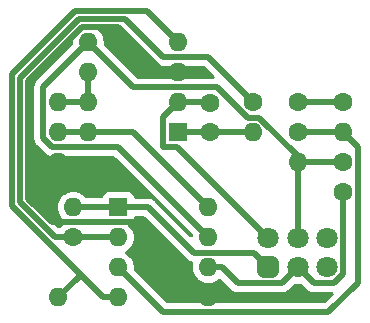
<source format=gbr>
%TF.GenerationSoftware,KiCad,Pcbnew,(6.0.11)*%
%TF.CreationDate,2023-12-07T18:07:49-07:00*%
%TF.ProjectId,Filter DualOp,46696c74-6572-4204-9475-616c4f702e6b,rev?*%
%TF.SameCoordinates,Original*%
%TF.FileFunction,Copper,L1,Top*%
%TF.FilePolarity,Positive*%
%FSLAX46Y46*%
G04 Gerber Fmt 4.6, Leading zero omitted, Abs format (unit mm)*
G04 Created by KiCad (PCBNEW (6.0.11)) date 2023-12-07 18:07:49*
%MOMM*%
%LPD*%
G01*
G04 APERTURE LIST*
G04 Aperture macros list*
%AMRoundRect*
0 Rectangle with rounded corners*
0 $1 Rounding radius*
0 $2 $3 $4 $5 $6 $7 $8 $9 X,Y pos of 4 corners*
0 Add a 4 corners polygon primitive as box body*
4,1,4,$2,$3,$4,$5,$6,$7,$8,$9,$2,$3,0*
0 Add four circle primitives for the rounded corners*
1,1,$1+$1,$2,$3*
1,1,$1+$1,$4,$5*
1,1,$1+$1,$6,$7*
1,1,$1+$1,$8,$9*
0 Add four rect primitives between the rounded corners*
20,1,$1+$1,$2,$3,$4,$5,0*
20,1,$1+$1,$4,$5,$6,$7,0*
20,1,$1+$1,$6,$7,$8,$9,0*
20,1,$1+$1,$8,$9,$2,$3,0*%
G04 Aperture macros list end*
%TA.AperFunction,ComponentPad*%
%ADD10O,1.600000X1.600000*%
%TD*%
%TA.AperFunction,ComponentPad*%
%ADD11C,1.600000*%
%TD*%
%TA.AperFunction,ComponentPad*%
%ADD12RoundRect,0.450000X-0.450000X0.450000X-0.450000X-0.450000X0.450000X-0.450000X0.450000X0.450000X0*%
%TD*%
%TA.AperFunction,ComponentPad*%
%ADD13C,1.800000*%
%TD*%
%TA.AperFunction,ComponentPad*%
%ADD14R,1.600000X1.600000*%
%TD*%
%TA.AperFunction,Conductor*%
%ADD15C,0.500000*%
%TD*%
G04 APERTURE END LIST*
D10*
%TO.P,,8,V+*%
%TO.N,+5V*%
X131460244Y-81930244D03*
%TD*%
D11*
%TO.P,R4,1*%
%TO.N,Net-(R3-Pad1)*%
X147970244Y-79390244D03*
D10*
%TO.P,R4,2*%
%TO.N,Net-(C2-Pad1)*%
X147970244Y-81930244D03*
%TD*%
D12*
%TO.P,RV1,1,1*%
%TO.N,Net-(R3-Pad2)*%
X149240244Y-93360244D03*
D13*
%TO.P,RV1,2,2*%
%TO.N,Net-(C1-Pad1)*%
X151740244Y-93360244D03*
%TO.P,RV1,3,3*%
%TO.N,unconnected-(RV1-Pad3)*%
X154240244Y-93360244D03*
%TO.P,RV1,4,4*%
%TO.N,Net-(C2-Pad2)*%
X149240244Y-90860244D03*
%TO.P,RV1,5,5*%
%TO.N,Net-(C1-Pad2)*%
X151740244Y-90860244D03*
%TO.P,RV1,6,6*%
%TO.N,unconnected-(RV1-Pad6)*%
X154240244Y-90860244D03*
%TD*%
D11*
%TO.P,,1*%
%TO.N,/V_in*%
X151780244Y-79390244D03*
%TD*%
%TO.P,C1,1*%
%TO.N,Net-(C1-Pad1)*%
X155590244Y-86970244D03*
%TO.P,C1,2*%
%TO.N,Net-(C1-Pad2)*%
X155590244Y-84470244D03*
%TD*%
D14*
%TO.P,U2,1*%
%TO.N,Net-(C2-Pad1)*%
X141610244Y-81920244D03*
D10*
%TO.P,U2,2,-*%
%TO.N,Net-(C2-Pad2)*%
X141610244Y-79380244D03*
%TO.P,U2,3,+*%
%TO.N,GND*%
X141610244Y-76840244D03*
%TO.P,U2,4,V-*%
%TO.N,-5V*%
X141610244Y-74300244D03*
%TO.P,U2,5,+*%
%TO.N,Net-(C1-Pad2)*%
X133990244Y-74300244D03*
%TO.P,U2,6,-*%
%TO.N,/V_out*%
X133990244Y-76840244D03*
%TO.P,U2,7*%
X133990244Y-79380244D03*
%TO.P,U2,8,V+*%
%TO.N,+5V*%
X133990244Y-81920244D03*
%TD*%
D11*
%TO.P,R2,1*%
%TO.N,Net-(R1-Pad2)*%
X151780244Y-81930244D03*
D10*
%TO.P,R2,2*%
%TO.N,Net-(C1-Pad2)*%
X151780244Y-84470244D03*
%TD*%
%TO.P,,7*%
%TO.N,/V_out*%
X131460244Y-79390244D03*
%TD*%
D11*
%TO.P,R1,1*%
%TO.N,/V_in*%
X155590244Y-79350244D03*
D10*
%TO.P,R1,2*%
%TO.N,Net-(R1-Pad2)*%
X155590244Y-81890244D03*
%TD*%
D11*
%TO.P,C2,1*%
%TO.N,Net-(C2-Pad1)*%
X144272000Y-81930244D03*
%TO.P,C2,2*%
%TO.N,Net-(C2-Pad2)*%
X144272000Y-79430244D03*
%TD*%
%TO.P,R3,1*%
%TO.N,Net-(R3-Pad1)*%
X132730244Y-90820244D03*
D10*
%TO.P,R3,2*%
%TO.N,Net-(R3-Pad2)*%
X132730244Y-88280244D03*
%TD*%
%TO.P,,4,V-*%
%TO.N,-5V*%
X131460244Y-95910244D03*
%TD*%
D14*
%TO.P,U1,1*%
%TO.N,Net-(R3-Pad2)*%
X136550244Y-88290244D03*
D10*
%TO.P,U1,2,-*%
%TO.N,Net-(R3-Pad1)*%
X136550244Y-90830244D03*
%TO.P,U1,3,+*%
%TO.N,Net-(R1-Pad2)*%
X136550244Y-93370244D03*
%TO.P,U1,4,V-*%
%TO.N,-5V*%
X136550244Y-95910244D03*
%TO.P,U1,5,+*%
%TO.N,GND*%
X144170244Y-95910244D03*
%TO.P,U1,6,-*%
%TO.N,Net-(C1-Pad1)*%
X144170244Y-93370244D03*
%TO.P,U1,7*%
%TO.N,Net-(C1-Pad2)*%
X144170244Y-90830244D03*
%TO.P,U1,8,V+*%
%TO.N,+5V*%
X144170244Y-88290244D03*
%TD*%
%TO.P,,5,+*%
%TO.N,GND*%
X131460244Y-84470244D03*
%TD*%
D15*
%TO.N,GND*%
X133483168Y-73040244D02*
X136540244Y-73040244D01*
X128920244Y-87571704D02*
X128920244Y-77603168D01*
X137799755Y-89539755D02*
X130888295Y-89539755D01*
X144170244Y-95910244D02*
X137799755Y-89539755D01*
X130888295Y-89539755D02*
X128920244Y-87571704D01*
X136540244Y-73040244D02*
X140340244Y-76840244D01*
X140340244Y-76840244D02*
X141610244Y-76840244D01*
X128920244Y-77603168D02*
X133483168Y-73040244D01*
%TO.N,Net-(C1-Pad1)*%
X145301614Y-93370244D02*
X146641134Y-94709764D01*
X146641134Y-94709764D02*
X150390724Y-94709764D01*
X144170244Y-93370244D02*
X145301614Y-93370244D01*
X154799231Y-94709755D02*
X153089755Y-94709755D01*
X155590244Y-93918742D02*
X154799231Y-94709755D01*
X150390724Y-94709764D02*
X151740244Y-93360244D01*
X155590244Y-86970244D02*
X155590244Y-93918742D01*
X153089755Y-94709755D02*
X151740244Y-93360244D01*
%TO.N,Net-(C1-Pad2)*%
X148487809Y-80680733D02*
X151780244Y-83973168D01*
X144932733Y-78130733D02*
X147482733Y-80680733D01*
X130190244Y-78100244D02*
X130190244Y-82427320D01*
X133990244Y-74300244D02*
X130190244Y-78100244D01*
X155590244Y-84470244D02*
X151780244Y-84470244D01*
X137820733Y-78130733D02*
X144932733Y-78130733D01*
X130190244Y-82427320D02*
X130963168Y-83200244D01*
X133990244Y-74300244D02*
X137820733Y-78130733D01*
X136540244Y-83200244D02*
X144170244Y-90830244D01*
X147482733Y-80680733D02*
X148487809Y-80680733D01*
X151780244Y-84470244D02*
X151780244Y-90820244D01*
X130963168Y-83200244D02*
X136540244Y-83200244D01*
%TO.N,Net-(C2-Pad1)*%
X141610244Y-81920244D02*
X144150244Y-81920244D01*
X147970244Y-81930244D02*
X144160244Y-81930244D01*
%TO.N,Net-(C2-Pad2)*%
X149240244Y-90860244D02*
X141549755Y-83169755D01*
X141549755Y-83169755D02*
X140360733Y-83169755D01*
X140350244Y-80640244D02*
X141610244Y-79380244D01*
X140360733Y-83169755D02*
X140350244Y-83159266D01*
X140350244Y-83159266D02*
X140350244Y-80640244D01*
X141610244Y-79380244D02*
X144110244Y-79380244D01*
%TO.N,/V_in*%
X155590244Y-79350244D02*
X151820244Y-79350244D01*
%TO.N,Net-(R1-Pad2)*%
X155590244Y-81890244D02*
X156839755Y-83139755D01*
X156839755Y-83139755D02*
X156839755Y-94650733D01*
X140350244Y-97170244D02*
X136550244Y-93370244D01*
X155590244Y-81890244D02*
X151820244Y-81890244D01*
X156839755Y-94650733D02*
X154320244Y-97170244D01*
X154320244Y-97170244D02*
X140350244Y-97170244D01*
%TO.N,Net-(R3-Pad1)*%
X144129755Y-75549755D02*
X140319755Y-75549755D01*
X133193418Y-72340724D02*
X128220724Y-77313418D01*
X140319755Y-75549755D02*
X137110724Y-72340724D01*
X128220724Y-87861454D02*
X131179514Y-90820244D01*
X128220724Y-77313418D02*
X128220724Y-87861454D01*
X137110724Y-72340724D02*
X133193418Y-72340724D01*
X131179514Y-90820244D02*
X132730244Y-90820244D01*
X147970244Y-79390244D02*
X144129755Y-75549755D01*
X132730244Y-90820244D02*
X136540244Y-90820244D01*
%TO.N,Net-(R3-Pad2)*%
X142920733Y-92120733D02*
X148000733Y-92120733D01*
X148000733Y-92120733D02*
X149240244Y-93360244D01*
X132730244Y-88280244D02*
X136540244Y-88280244D01*
X139090244Y-88290244D02*
X142920733Y-92120733D01*
X136550244Y-88290244D02*
X139090244Y-88290244D01*
%TO.N,-5V*%
X138951204Y-71641204D02*
X132903667Y-71641205D01*
X127521204Y-77023668D02*
X127521204Y-88151204D01*
X141610244Y-74300244D02*
X138951204Y-71641204D01*
X135280244Y-95910244D02*
X136550244Y-95910244D01*
X133350000Y-94020488D02*
X133350000Y-93980000D01*
X132903667Y-71641205D02*
X127521204Y-77023668D01*
X133350000Y-93980000D02*
X135280244Y-95910244D01*
X131460244Y-95910244D02*
X133350000Y-94020488D01*
X127521204Y-88151204D02*
X133350000Y-93980000D01*
%TO.N,+5V*%
X133990244Y-81920244D02*
X137800244Y-81920244D01*
X133990244Y-81920244D02*
X131470244Y-81920244D01*
X137800244Y-81920244D02*
X144170244Y-88290244D01*
%TO.N,/V_out*%
X131460244Y-79390244D02*
X133980244Y-79390244D01*
X133990244Y-79380244D02*
X133990244Y-76840244D01*
%TD*%
%TA.AperFunction,Conductor*%
%TO.N,GND*%
G36*
X138791994Y-89068746D02*
G01*
X138812968Y-89085649D01*
X142336963Y-92609644D01*
X142349349Y-92624056D01*
X142357882Y-92635651D01*
X142357887Y-92635656D01*
X142362225Y-92641551D01*
X142367803Y-92646290D01*
X142367806Y-92646293D01*
X142402501Y-92675768D01*
X142410017Y-92682698D01*
X142415712Y-92688393D01*
X142418594Y-92690673D01*
X142437984Y-92706014D01*
X142441388Y-92708805D01*
X142452779Y-92718482D01*
X142497018Y-92756066D01*
X142503534Y-92759394D01*
X142508571Y-92762753D01*
X142513710Y-92765927D01*
X142519449Y-92770467D01*
X142526082Y-92773567D01*
X142585570Y-92801369D01*
X142589524Y-92803302D01*
X142654541Y-92836502D01*
X142661657Y-92838243D01*
X142667287Y-92840337D01*
X142673054Y-92842256D01*
X142679683Y-92845354D01*
X142686843Y-92846843D01*
X142686845Y-92846844D01*
X142751129Y-92860215D01*
X142755418Y-92861186D01*
X142814802Y-92875717D01*
X142876217Y-92911337D01*
X142908624Y-92974505D01*
X142906561Y-93030717D01*
X142894263Y-93076615D01*
X142876701Y-93142157D01*
X142856746Y-93370244D01*
X142876701Y-93598331D01*
X142935960Y-93819487D01*
X142938283Y-93824468D01*
X142938283Y-93824469D01*
X143030395Y-94022006D01*
X143030398Y-94022011D01*
X143032721Y-94026993D01*
X143164046Y-94214544D01*
X143325944Y-94376442D01*
X143330451Y-94379598D01*
X143330455Y-94379601D01*
X143408633Y-94434342D01*
X143513495Y-94507767D01*
X143518477Y-94510090D01*
X143518482Y-94510093D01*
X143716019Y-94602205D01*
X143721001Y-94604528D01*
X143726309Y-94605950D01*
X143726311Y-94605951D01*
X143936842Y-94662363D01*
X143936844Y-94662363D01*
X143942157Y-94663787D01*
X144170244Y-94683742D01*
X144398331Y-94663787D01*
X144403644Y-94662363D01*
X144403646Y-94662363D01*
X144614177Y-94605951D01*
X144614179Y-94605950D01*
X144619487Y-94604528D01*
X144624469Y-94602205D01*
X144822006Y-94510093D01*
X144822011Y-94510090D01*
X144826993Y-94507767D01*
X144964571Y-94411434D01*
X145010037Y-94379598D01*
X145010038Y-94379597D01*
X145014544Y-94376442D01*
X145018434Y-94372552D01*
X145018440Y-94372547D01*
X145035743Y-94355244D01*
X145098055Y-94321218D01*
X145168870Y-94326283D01*
X145213933Y-94355244D01*
X146057364Y-95198675D01*
X146069750Y-95213087D01*
X146078283Y-95224682D01*
X146078288Y-95224687D01*
X146082626Y-95230582D01*
X146088204Y-95235321D01*
X146088207Y-95235324D01*
X146122902Y-95264799D01*
X146130418Y-95271729D01*
X146136113Y-95277424D01*
X146138995Y-95279704D01*
X146158385Y-95295045D01*
X146161789Y-95297836D01*
X146211831Y-95340350D01*
X146217419Y-95345097D01*
X146223935Y-95348425D01*
X146228984Y-95351792D01*
X146234113Y-95354959D01*
X146239850Y-95359498D01*
X146306009Y-95390419D01*
X146309891Y-95392316D01*
X146374942Y-95425533D01*
X146382050Y-95427272D01*
X146387693Y-95429371D01*
X146393456Y-95431288D01*
X146400084Y-95434386D01*
X146407246Y-95435876D01*
X146407247Y-95435876D01*
X146471546Y-95449250D01*
X146475830Y-95450220D01*
X146546744Y-95467572D01*
X146552346Y-95467920D01*
X146552349Y-95467920D01*
X146557898Y-95468264D01*
X146557896Y-95468300D01*
X146561889Y-95468539D01*
X146566081Y-95468913D01*
X146573249Y-95470404D01*
X146650654Y-95468310D01*
X146654062Y-95468264D01*
X150323654Y-95468264D01*
X150342604Y-95469697D01*
X150356839Y-95471863D01*
X150356843Y-95471863D01*
X150364073Y-95472963D01*
X150371365Y-95472370D01*
X150371368Y-95472370D01*
X150416742Y-95468679D01*
X150426957Y-95468264D01*
X150435017Y-95468264D01*
X150448307Y-95466715D01*
X150463231Y-95464975D01*
X150467606Y-95464542D01*
X150533063Y-95459218D01*
X150533066Y-95459217D01*
X150540361Y-95458624D01*
X150547325Y-95456368D01*
X150553284Y-95455177D01*
X150559139Y-95453793D01*
X150566405Y-95452946D01*
X150635051Y-95428029D01*
X150639179Y-95426612D01*
X150701660Y-95406371D01*
X150701662Y-95406370D01*
X150708623Y-95404115D01*
X150714878Y-95400319D01*
X150720352Y-95397813D01*
X150725782Y-95395094D01*
X150732661Y-95392597D01*
X150738782Y-95388584D01*
X150793700Y-95352578D01*
X150797404Y-95350241D01*
X150859831Y-95312359D01*
X150868208Y-95304961D01*
X150868232Y-95304988D01*
X150871224Y-95302335D01*
X150874457Y-95299632D01*
X150880576Y-95295620D01*
X150933852Y-95239381D01*
X150936230Y-95236939D01*
X151389284Y-94783885D01*
X151451596Y-94749859D01*
X151503500Y-94749510D01*
X151567829Y-94762598D01*
X151567837Y-94762599D01*
X151572900Y-94763629D01*
X151703568Y-94768420D01*
X151799193Y-94771927D01*
X151799197Y-94771927D01*
X151804357Y-94772116D01*
X151986838Y-94748739D01*
X152056947Y-94759923D01*
X152091942Y-94784623D01*
X152505985Y-95198666D01*
X152518371Y-95213078D01*
X152526904Y-95224673D01*
X152526909Y-95224678D01*
X152531247Y-95230573D01*
X152536825Y-95235312D01*
X152536828Y-95235315D01*
X152571523Y-95264790D01*
X152579039Y-95271720D01*
X152584735Y-95277416D01*
X152587596Y-95279679D01*
X152587601Y-95279684D01*
X152607021Y-95295048D01*
X152610421Y-95297836D01*
X152666040Y-95345088D01*
X152672553Y-95348414D01*
X152677592Y-95351775D01*
X152682734Y-95354951D01*
X152688471Y-95359489D01*
X152754630Y-95390410D01*
X152758524Y-95392313D01*
X152823563Y-95425524D01*
X152830672Y-95427263D01*
X152836306Y-95429359D01*
X152842076Y-95431278D01*
X152848705Y-95434377D01*
X152855868Y-95435867D01*
X152855871Y-95435868D01*
X152906585Y-95446416D01*
X152920190Y-95449246D01*
X152924456Y-95450212D01*
X152995365Y-95467563D01*
X153000967Y-95467911D01*
X153000970Y-95467911D01*
X153006519Y-95468255D01*
X153006517Y-95468290D01*
X153010489Y-95468530D01*
X153014710Y-95468907D01*
X153021870Y-95470396D01*
X153099297Y-95468301D01*
X153102705Y-95468255D01*
X154645362Y-95468255D01*
X154713483Y-95488257D01*
X154759976Y-95541913D01*
X154770080Y-95612187D01*
X154740586Y-95676767D01*
X154734457Y-95683350D01*
X154042968Y-96374839D01*
X153980656Y-96408865D01*
X153953873Y-96411744D01*
X140716615Y-96411744D01*
X140648494Y-96391742D01*
X140627520Y-96374839D01*
X137885915Y-93633234D01*
X137851889Y-93570922D01*
X137849489Y-93533157D01*
X137863263Y-93375719D01*
X137863742Y-93370244D01*
X137843787Y-93142157D01*
X137826225Y-93076615D01*
X137785951Y-92926311D01*
X137785950Y-92926309D01*
X137784528Y-92921001D01*
X137776771Y-92904365D01*
X137690093Y-92718482D01*
X137690090Y-92718477D01*
X137687767Y-92713495D01*
X137581224Y-92561336D01*
X137559601Y-92530455D01*
X137559599Y-92530452D01*
X137556442Y-92525944D01*
X137394544Y-92364046D01*
X137390036Y-92360889D01*
X137390033Y-92360887D01*
X137267189Y-92274871D01*
X137206993Y-92232721D01*
X137202011Y-92230398D01*
X137202006Y-92230395D01*
X137167787Y-92214439D01*
X137114502Y-92167522D01*
X137095041Y-92099245D01*
X137115583Y-92031285D01*
X137167787Y-91986049D01*
X137202006Y-91970093D01*
X137202011Y-91970090D01*
X137206993Y-91967767D01*
X137341863Y-91873330D01*
X137390033Y-91839601D01*
X137390036Y-91839599D01*
X137394544Y-91836442D01*
X137556442Y-91674544D01*
X137560716Y-91668441D01*
X137684610Y-91491501D01*
X137687767Y-91486993D01*
X137690090Y-91482011D01*
X137690093Y-91482006D01*
X137782205Y-91284469D01*
X137782205Y-91284468D01*
X137784528Y-91279487D01*
X137803541Y-91208532D01*
X137842363Y-91063646D01*
X137842364Y-91063643D01*
X137843787Y-91058331D01*
X137863742Y-90830244D01*
X137843787Y-90602157D01*
X137784528Y-90381001D01*
X137782205Y-90376019D01*
X137690093Y-90178482D01*
X137690090Y-90178477D01*
X137687767Y-90173495D01*
X137564820Y-89997909D01*
X137559601Y-89990455D01*
X137559599Y-89990452D01*
X137556442Y-89985944D01*
X137394544Y-89824046D01*
X137390033Y-89820887D01*
X137385820Y-89817352D01*
X137386771Y-89816218D01*
X137346773Y-89766173D01*
X137339468Y-89695554D01*
X137371502Y-89632195D01*
X137432706Y-89596214D01*
X137449761Y-89593162D01*
X137460560Y-89591989D01*
X137596949Y-89540859D01*
X137713505Y-89453505D01*
X137800859Y-89336949D01*
X137851989Y-89200560D01*
X137856272Y-89161136D01*
X137883514Y-89095574D01*
X137941878Y-89055148D01*
X137981535Y-89048744D01*
X138723873Y-89048744D01*
X138791994Y-89068746D01*
G37*
%TD.AperFunction*%
%TA.AperFunction,Conductor*%
G36*
X132600576Y-74110413D02*
G01*
X132657412Y-74152960D01*
X132682223Y-74219480D01*
X132682064Y-74239451D01*
X132677225Y-74294758D01*
X132677225Y-74294769D01*
X132676746Y-74300244D01*
X132677225Y-74305719D01*
X132690999Y-74463157D01*
X132677010Y-74532762D01*
X132654573Y-74563234D01*
X129701333Y-77516474D01*
X129686921Y-77528860D01*
X129675326Y-77537393D01*
X129675321Y-77537398D01*
X129669426Y-77541736D01*
X129664687Y-77547314D01*
X129664684Y-77547317D01*
X129635209Y-77582012D01*
X129628279Y-77589528D01*
X129622584Y-77595223D01*
X129620304Y-77598105D01*
X129604963Y-77617495D01*
X129602172Y-77620899D01*
X129559653Y-77670947D01*
X129554911Y-77676529D01*
X129551583Y-77683045D01*
X129548216Y-77688094D01*
X129545049Y-77693223D01*
X129540510Y-77698960D01*
X129509589Y-77765119D01*
X129507686Y-77769013D01*
X129474475Y-77834052D01*
X129472736Y-77841160D01*
X129470637Y-77846803D01*
X129468720Y-77852566D01*
X129465622Y-77859194D01*
X129464132Y-77866356D01*
X129464132Y-77866357D01*
X129450758Y-77930656D01*
X129449788Y-77934940D01*
X129432436Y-78005854D01*
X129431744Y-78017008D01*
X129431708Y-78017006D01*
X129431469Y-78020999D01*
X129431095Y-78025191D01*
X129429604Y-78032359D01*
X129429802Y-78039676D01*
X129431698Y-78109765D01*
X129431744Y-78113172D01*
X129431744Y-82360250D01*
X129430311Y-82379200D01*
X129427045Y-82400669D01*
X129427638Y-82407961D01*
X129427638Y-82407964D01*
X129431329Y-82453338D01*
X129431744Y-82463553D01*
X129431744Y-82471613D01*
X129432169Y-82475257D01*
X129435033Y-82499827D01*
X129435466Y-82504202D01*
X129441384Y-82576957D01*
X129443640Y-82583921D01*
X129444831Y-82589880D01*
X129446215Y-82595735D01*
X129447062Y-82603001D01*
X129471979Y-82671647D01*
X129473396Y-82675775D01*
X129492435Y-82734544D01*
X129495893Y-82745219D01*
X129499689Y-82751474D01*
X129502195Y-82756948D01*
X129504914Y-82762378D01*
X129507411Y-82769257D01*
X129511424Y-82775377D01*
X129511424Y-82775378D01*
X129547430Y-82830296D01*
X129549767Y-82834000D01*
X129587649Y-82896427D01*
X129591365Y-82900635D01*
X129591366Y-82900636D01*
X129595047Y-82904804D01*
X129595020Y-82904828D01*
X129597673Y-82907820D01*
X129600376Y-82911053D01*
X129604388Y-82917172D01*
X129656933Y-82966949D01*
X129660627Y-82970448D01*
X129663069Y-82972826D01*
X130379398Y-83689155D01*
X130391784Y-83703567D01*
X130400317Y-83715162D01*
X130400322Y-83715167D01*
X130404660Y-83721062D01*
X130410238Y-83725801D01*
X130410241Y-83725804D01*
X130444936Y-83755279D01*
X130452452Y-83762209D01*
X130458148Y-83767905D01*
X130461009Y-83770168D01*
X130461014Y-83770173D01*
X130480424Y-83785529D01*
X130483826Y-83788318D01*
X130539453Y-83835577D01*
X130545970Y-83838905D01*
X130551018Y-83842271D01*
X130556140Y-83845434D01*
X130561884Y-83849979D01*
X130628063Y-83880908D01*
X130631947Y-83882807D01*
X130696976Y-83916013D01*
X130704091Y-83917754D01*
X130709746Y-83919857D01*
X130715485Y-83921766D01*
X130722118Y-83924866D01*
X130793603Y-83939735D01*
X130797869Y-83940701D01*
X130868778Y-83958052D01*
X130874380Y-83958400D01*
X130874383Y-83958400D01*
X130879932Y-83958744D01*
X130879930Y-83958779D01*
X130883902Y-83959019D01*
X130888123Y-83959396D01*
X130895283Y-83960885D01*
X130972710Y-83958790D01*
X130976118Y-83958744D01*
X136173873Y-83958744D01*
X136241994Y-83978746D01*
X136262968Y-83995649D01*
X142834573Y-90567254D01*
X142868599Y-90629566D01*
X142870998Y-90667331D01*
X142867920Y-90702511D01*
X142842057Y-90768629D01*
X142784553Y-90810269D01*
X142713666Y-90814209D01*
X142653305Y-90780624D01*
X139674014Y-87801333D01*
X139661628Y-87786921D01*
X139653095Y-87775326D01*
X139653090Y-87775321D01*
X139648752Y-87769426D01*
X139643174Y-87764687D01*
X139643171Y-87764684D01*
X139608476Y-87735209D01*
X139600960Y-87728279D01*
X139595265Y-87722584D01*
X139589124Y-87717726D01*
X139572993Y-87704963D01*
X139569589Y-87702172D01*
X139519541Y-87659653D01*
X139519539Y-87659652D01*
X139513959Y-87654911D01*
X139507443Y-87651583D01*
X139502394Y-87648216D01*
X139497265Y-87645049D01*
X139491528Y-87640510D01*
X139425369Y-87609589D01*
X139421469Y-87607683D01*
X139356436Y-87574475D01*
X139349328Y-87572736D01*
X139343685Y-87570637D01*
X139337922Y-87568720D01*
X139331294Y-87565622D01*
X139259827Y-87550757D01*
X139255543Y-87549787D01*
X139245269Y-87547273D01*
X139184634Y-87532436D01*
X139179032Y-87532088D01*
X139179029Y-87532088D01*
X139173480Y-87531744D01*
X139173482Y-87531708D01*
X139169489Y-87531469D01*
X139165297Y-87531095D01*
X139158129Y-87529604D01*
X139091919Y-87531395D01*
X139080723Y-87531698D01*
X139077316Y-87531744D01*
X137981535Y-87531744D01*
X137913414Y-87511742D01*
X137866921Y-87458086D01*
X137856272Y-87419352D01*
X137854947Y-87407158D01*
X137851989Y-87379928D01*
X137800859Y-87243539D01*
X137713505Y-87126983D01*
X137596949Y-87039629D01*
X137460560Y-86988499D01*
X137398378Y-86981744D01*
X135702110Y-86981744D01*
X135639928Y-86988499D01*
X135503539Y-87039629D01*
X135386983Y-87126983D01*
X135299629Y-87243539D01*
X135248499Y-87379928D01*
X135247646Y-87387781D01*
X135247645Y-87387785D01*
X135245303Y-87409350D01*
X135218062Y-87474912D01*
X135159700Y-87515340D01*
X135120040Y-87521744D01*
X133862111Y-87521744D01*
X133793990Y-87501742D01*
X133758899Y-87468016D01*
X133736442Y-87435944D01*
X133574544Y-87274046D01*
X133570036Y-87270889D01*
X133570033Y-87270887D01*
X133458586Y-87192851D01*
X133386993Y-87142721D01*
X133382011Y-87140398D01*
X133382006Y-87140395D01*
X133184469Y-87048283D01*
X133184468Y-87048283D01*
X133179487Y-87045960D01*
X133174179Y-87044538D01*
X133174177Y-87044537D01*
X132963646Y-86988125D01*
X132963644Y-86988125D01*
X132958331Y-86986701D01*
X132730244Y-86966746D01*
X132502157Y-86986701D01*
X132496844Y-86988125D01*
X132496842Y-86988125D01*
X132286311Y-87044537D01*
X132286309Y-87044538D01*
X132281001Y-87045960D01*
X132276020Y-87048283D01*
X132276019Y-87048283D01*
X132078482Y-87140395D01*
X132078477Y-87140398D01*
X132073495Y-87142721D01*
X132001902Y-87192851D01*
X131890455Y-87270887D01*
X131890452Y-87270889D01*
X131885944Y-87274046D01*
X131724046Y-87435944D01*
X131720889Y-87440452D01*
X131720887Y-87440455D01*
X131668452Y-87515340D01*
X131592721Y-87623495D01*
X131590398Y-87628477D01*
X131590395Y-87628482D01*
X131512939Y-87794589D01*
X131495960Y-87831001D01*
X131436701Y-88052157D01*
X131416746Y-88280244D01*
X131436701Y-88508331D01*
X131438125Y-88513644D01*
X131438125Y-88513646D01*
X131486849Y-88695483D01*
X131495960Y-88729487D01*
X131498283Y-88734468D01*
X131498283Y-88734469D01*
X131590395Y-88932006D01*
X131590398Y-88932011D01*
X131592721Y-88936993D01*
X131724046Y-89124544D01*
X131885944Y-89286442D01*
X131890452Y-89289599D01*
X131890455Y-89289601D01*
X131900225Y-89296442D01*
X132073495Y-89417767D01*
X132078477Y-89420090D01*
X132078482Y-89420093D01*
X132112701Y-89436049D01*
X132165986Y-89482966D01*
X132185447Y-89551243D01*
X132164905Y-89619203D01*
X132112701Y-89664439D01*
X132078482Y-89680395D01*
X132078477Y-89680398D01*
X132073495Y-89682721D01*
X132059214Y-89692721D01*
X131890455Y-89810887D01*
X131890452Y-89810889D01*
X131885944Y-89814046D01*
X131724046Y-89975944D01*
X131701589Y-90008015D01*
X131646134Y-90052343D01*
X131598377Y-90061744D01*
X131545885Y-90061744D01*
X131477764Y-90041742D01*
X131456790Y-90024839D01*
X129016129Y-87584178D01*
X128982103Y-87521866D01*
X128979224Y-87495083D01*
X128979224Y-77679789D01*
X128999226Y-77611668D01*
X129016129Y-77590694D01*
X132467449Y-74139374D01*
X132529761Y-74105348D01*
X132600576Y-74110413D01*
G37*
%TD.AperFunction*%
%TA.AperFunction,Conductor*%
G36*
X136812474Y-73119226D02*
G01*
X136833448Y-73136129D01*
X139735985Y-76038666D01*
X139748371Y-76053078D01*
X139756904Y-76064673D01*
X139756909Y-76064678D01*
X139761247Y-76070573D01*
X139766825Y-76075312D01*
X139766828Y-76075315D01*
X139801523Y-76104790D01*
X139809039Y-76111720D01*
X139814734Y-76117415D01*
X139817616Y-76119695D01*
X139837006Y-76135036D01*
X139840410Y-76137827D01*
X139890458Y-76180346D01*
X139896040Y-76185088D01*
X139902556Y-76188416D01*
X139907605Y-76191783D01*
X139912734Y-76194950D01*
X139918471Y-76199489D01*
X139984630Y-76230410D01*
X139988524Y-76232313D01*
X140053563Y-76265524D01*
X140060671Y-76267263D01*
X140066314Y-76269362D01*
X140072077Y-76271279D01*
X140078705Y-76274377D01*
X140085867Y-76275867D01*
X140085868Y-76275867D01*
X140150167Y-76289241D01*
X140154451Y-76290211D01*
X140225365Y-76307563D01*
X140230967Y-76307911D01*
X140230970Y-76307911D01*
X140236519Y-76308255D01*
X140236517Y-76308291D01*
X140240510Y-76308530D01*
X140244702Y-76308904D01*
X140251870Y-76310395D01*
X140329275Y-76308301D01*
X140332683Y-76308255D01*
X143763384Y-76308255D01*
X143831505Y-76328257D01*
X143852479Y-76345160D01*
X144664457Y-77157138D01*
X144698483Y-77219450D01*
X144693418Y-77290265D01*
X144650871Y-77347101D01*
X144584351Y-77371912D01*
X144575362Y-77372233D01*
X138187104Y-77372233D01*
X138118983Y-77352231D01*
X138098009Y-77335328D01*
X135325915Y-74563234D01*
X135291889Y-74500922D01*
X135289489Y-74463157D01*
X135303263Y-74305719D01*
X135303742Y-74300244D01*
X135283787Y-74072157D01*
X135224528Y-73851001D01*
X135222205Y-73846019D01*
X135130093Y-73648482D01*
X135130090Y-73648477D01*
X135127767Y-73643495D01*
X134996442Y-73455944D01*
X134854817Y-73314319D01*
X134820791Y-73252007D01*
X134825856Y-73181192D01*
X134868403Y-73124356D01*
X134934923Y-73099545D01*
X134943912Y-73099224D01*
X136744353Y-73099224D01*
X136812474Y-73119226D01*
G37*
%TD.AperFunction*%
%TD*%
M02*

</source>
